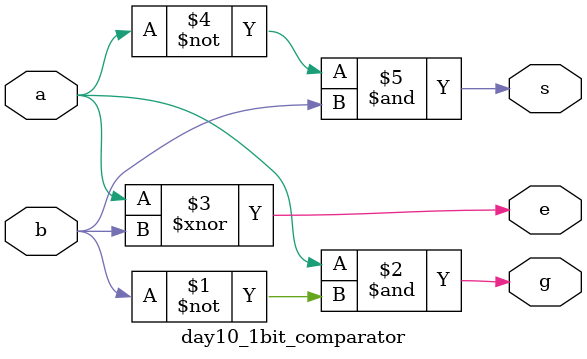
<source format=v>
`timescale 1ns / 1ps


module day10_1bit_comparator(
    input a,
    input b,
    output g,
    output e,
    output s
    );
    
    assign g = a & (~b);
    assign e = a ~^ b;
    assign s = (~a) & b;
    
endmodule

</source>
